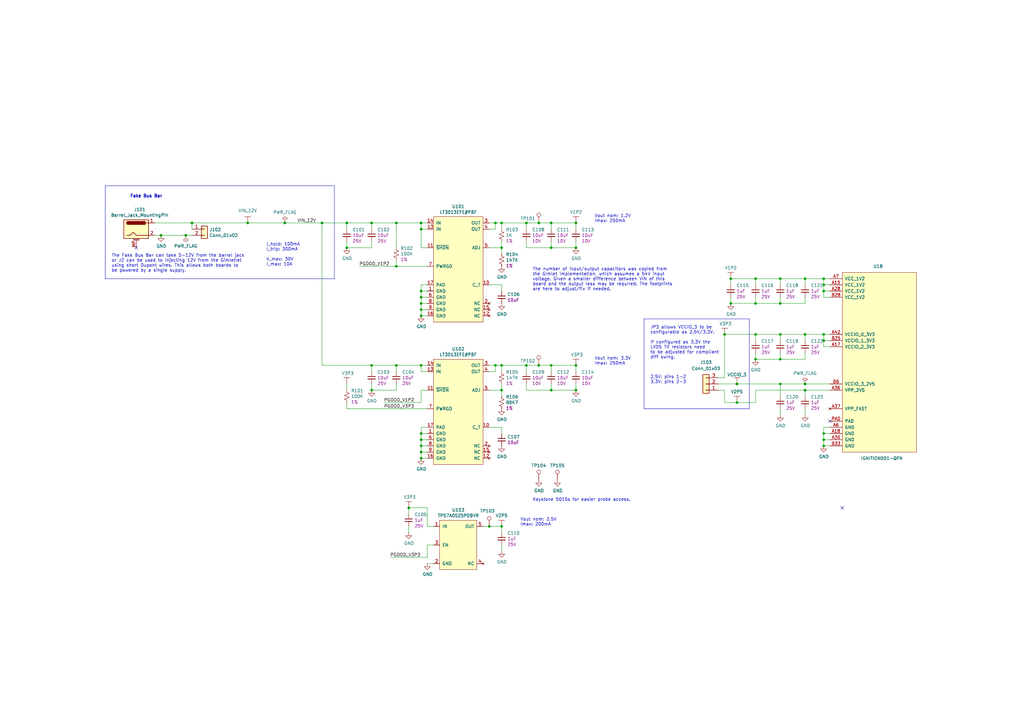
<source format=kicad_sch>
(kicad_sch (version 20230121) (generator eeschema)
  (paper "A3")
  (title_block (title "Power") (date "2021-07-21") (rev "2"))
  (lib_symbols
    (symbol "Ignition:C0603C106M8PACTU" (pin_numbers hide) (pin_names (offset 0.254) hide)
      (property "Reference" "C" (at 0.254 1.778 0))
      (property "Capacitance" "10uF" (at 0 -5.08 0))
      (property "VDC" "10V" (at 0 0 0))
      (property "Coefficient" "X5R" (at 0 -7.62 0))
      (property "Package" "0603" (at 0 -10.16 0))
      (symbol "C0603C106M8PACTU_1_1"
        (pin passive line (at 0 2.54 270) (length 2.032) (name "~") (number "1"))
        (pin passive line (at 0 -2.54 90) (length 2.032) (name "~") (number "2"))
      )
    )
    (symbol "Ignition:GCM188R71E105KA64D" (pin_numbers hide) (pin_names (offset 0.254) hide)
      (property "Reference" "C" (at 0.254 1.778 0))
      (property "Capacitance" "1uF" (at 0 -5.08 0))
      (property "VDC" "25V" (at 0 0 0))
      (property "Coefficient" "X7R" (at 0 -7.62 0))
      (symbol "GCM188R71E105KA64D_1_1"
        (pin passive line (at 0 2.54 270) (length 2.032) (name "~") (number "1"))
        (pin passive line (at 0 -2.54 90) (length 2.032) (name "~") (number "2"))
      )
    )
    (symbol "Ignition:GRM21BR61E106KA73K" (pin_numbers hide) (pin_names (offset 0.254) hide)
      (property "Reference" "C" (at 0.254 1.778 0))
      (property "Capacitance" "10uF" (at 0 -5.08 0))
      (property "VDC" "25V" (at 0 0 0))
      (property "Coefficient" "X5R" (at 0 -7.62 0))
      (property "Package" "0805" (at 0 -10.16 0))
      (symbol "GRM21BR61E106KA73K_1_1"
        (pin passive line (at 0 2.54 270) (length 2.032) (name "~") (number "1"))
        (pin passive line (at 0 -2.54 90) (length 2.032) (name "~") (number "2"))
      )
    )
    (symbol "Ignition:IGNITION001-QFN" (pin_names (offset 1.016))
      (property "Reference" "U" (at 0 40.64 0))
      (property "Value" "IGNITION001-QFN" (at 0 -38.1 0))
      (symbol "IGNITION001-QFN_1_1"
        (pin input line (at -20.32 17.78 0) (length 5.08) (name "AUX1_RX_P") (number "A10"))
        (pin output line (at 20.32 7.62 180) (length 5.08) (name "PWR_EN") (number "A13"))
        (pin output line (at 20.32 5.08 180) (length 5.08) (name "CMD1") (number "A14"))
        (pin output line (at 20.32 2.54 180) (length 5.08) (name "CMD2") (number "A16"))
        (pin output line (at 20.32 25.4 180) (length 5.08) (name "AUX0_TX_N") (number "A2"))
        (pin input line (at -20.32 -12.7 0) (length 5.08) (name "SYS_RST_L") (number "A25"))
        (pin input line (at -20.32 7.62 0) (length 5.08) (name "PWR_FLT0_L") (number "A26"))
        (pin input line (at -20.32 5.08 0) (length 5.08) (name "PWR_FLT1_L") (number "A27"))
        (pin input line (at -20.32 2.54 0) (length 5.08) (name "PWR_FLT2_L") (number "A31"))
        (pin input line (at -20.32 0 0) (length 5.08) (name "PWR_FLT3_L") (number "A32"))
        (pin input line (at -20.32 -2.54 0) (length 5.08) (name "PWR_FLT4_L") (number "A33"))
        (pin input line (at -20.32 -5.08 0) (length 5.08) (name "ROT_FLT_L") (number "A34"))
        (pin input line (at -20.32 -20.32 0) (length 5.08) (name "ID0") (number "A38"))
        (pin input line (at -20.32 -22.86 0) (length 5.08) (name "ID1") (number "A39"))
        (pin input line (at -20.32 25.4 0) (length 5.08) (name "AUX0_RX_N") (number "A4"))
        (pin input line (at -20.32 -25.4 0) (length 5.08) (name "ID2") (number "A40"))
        (pin input clock (at -20.32 35.56 0) (length 5.08) (name "CLK_50M") (number "A43"))
        (pin input line (at -20.32 -27.94 0) (length 5.08) (name "ID3") (number "A45"))
        (pin input line (at -20.32 -30.48 0) (length 5.08) (name "ID4") (number "A46"))
        (pin input line (at -20.32 -33.02 0) (length 5.08) (name "ID5") (number "A47"))
        (pin output line (at 20.32 15.24 180) (length 5.08) (name "AUX1_TX_N") (number "A8"))
        (pin output line (at 20.32 27.94 180) (length 5.08) (name "AUX0_TX_P") (number "B1"))
        (pin input line (at -20.32 27.94 0) (length 5.08) (name "AUX0_RX_P") (number "B3"))
        (pin output line (at 20.32 17.78 180) (length 5.08) (name "AUX1_TX_P") (number "B5"))
        (pin input line (at -20.32 15.24 0) (length 5.08) (name "AUX1_RX_N") (number "B8"))
      )
      (symbol "IGNITION001-QFN_2_1"
        (pin no_connect line (at 17.78 35.56 180) (length 2.54) hide (name "NC") (number "A1"))
        (pin no_connect line (at 17.78 25.4 180) (length 2.54) hide (name "NC") (number "A11"))
        (pin no_connect line (at 17.78 22.86 180) (length 2.54) hide (name "NC") (number "A12"))
        (pin power_in line (at -20.32 33.02 0) (length 5.08) (name "VCC_1V2") (number "A15"))
        (pin power_in line (at -20.32 7.62 0) (length 5.08) (name "VCCIO_2_3V3") (number "A17"))
        (pin power_in line (at -20.32 -27.94 0) (length 5.08) (name "GND") (number "A18"))
        (pin no_connect line (at 17.78 20.32 180) (length 2.54) hide (name "NC") (number "A19"))
        (pin power_in line (at -20.32 30.48 0) (length 5.08) (name "VCC_1V2") (number "A28"))
        (pin no_connect line (at 17.78 17.78 180) (length 2.54) hide (name "NC") (number "A29"))
        (pin no_connect line (at 17.78 33.02 180) (length 2.54) hide (name "NC") (number "A3"))
        (pin power_in line (at -20.32 -30.48 0) (length 5.08) (name "GND") (number "A30"))
        (pin no_connect line (at 17.78 15.24 180) (length 2.54) hide (name "NC") (number "A35"))
        (pin power_in line (at -20.32 -10.16 0) (length 5.08) (name "VPP_2V5") (number "A36"))
        (pin no_connect line (at -20.32 -17.78 0) (length 5.08) (name "VPP_FAST") (number "A37"))
        (pin no_connect line (at 17.78 12.7 180) (length 2.54) hide (name "NC") (number "A41"))
        (pin power_in line (at -20.32 12.7 0) (length 5.08) (name "VCCIO_0_3V3") (number "A42"))
        (pin no_connect line (at 17.78 10.16 180) (length 2.54) hide (name "NC") (number "A44"))
        (pin no_connect line (at 17.78 7.62 180) (length 2.54) hide (name "NC") (number "A48"))
        (pin no_connect line (at 17.78 30.48 180) (length 2.54) hide (name "NC") (number "A5"))
        (pin power_in line (at -20.32 -25.4 0) (length 5.08) (name "GND") (number "A6"))
        (pin power_in line (at -20.32 35.56 0) (length 5.08) (name "VCC_1V2") (number "A7"))
        (pin no_connect line (at 17.78 27.94 180) (length 2.54) hide (name "NC") (number "A9"))
        (pin no_connect line (at 17.78 -5.08 180) (length 2.54) hide (name "NC") (number "B10"))
        (pin no_connect line (at 17.78 -7.62 180) (length 2.54) hide (name "NC") (number "B11"))
        (pin no_connect line (at 17.78 -10.16 180) (length 2.54) hide (name "NC") (number "B12"))
        (pin no_connect line (at 17.78 -12.7 180) (length 2.54) hide (name "NC") (number "B13"))
        (pin no_connect line (at 17.78 -15.24 180) (length 2.54) hide (name "NC") (number "B14"))
        (pin no_connect line (at 17.78 -17.78 180) (length 2.54) hide (name "NC") (number "B19"))
        (pin no_connect line (at 17.78 5.08 180) (length 2.54) hide (name "NC") (number "B2"))
        (pin no_connect line (at 17.78 -20.32 180) (length 2.54) hide (name "NC") (number "B20"))
        (pin no_connect line (at 17.78 -22.86 180) (length 2.54) hide (name "NC") (number "B21"))
        (pin no_connect line (at 17.78 -25.4 180) (length 2.54) hide (name "NC") (number "B22"))
        (pin no_connect line (at 17.78 -27.94 180) (length 2.54) hide (name "NC") (number "B23"))
        (pin no_connect line (at 17.78 -30.48 180) (length 2.54) hide (name "NC") (number "B24"))
        (pin power_in line (at -20.32 10.16 0) (length 5.08) (name "VCCIO_1_3V3") (number "B25"))
        (pin no_connect line (at 17.78 -33.02 180) (length 2.54) hide (name "NC") (number "B26"))
        (pin no_connect line (at 17.78 -35.56 180) (length 2.54) hide (name "NC") (number "B27"))
        (pin power_in line (at -20.32 27.94 0) (length 5.08) (name "VCC_1V2") (number "B28"))
        (pin no_connect line (at 17.78 -38.1 180) (length 2.54) hide (name "NC") (number "B29"))
        (pin no_connect line (at 17.78 -40.64 180) (length 2.54) hide (name "NC") (number "B30"))
        (pin no_connect line (at 17.78 -43.18 180) (length 2.54) hide (name "NC") (number "B31"))
        (pin no_connect line (at 17.78 -45.72 180) (length 2.54) hide (name "NC") (number "B32"))
        (pin power_in line (at -20.32 -33.02 0) (length 5.08) (name "GND") (number "B33"))
        (pin no_connect line (at 17.78 -48.26 180) (length 2.54) hide (name "NC") (number "B34"))
        (pin no_connect line (at 17.78 -50.8 180) (length 2.54) hide (name "NC") (number "B35"))
        (pin no_connect line (at 17.78 -53.34 180) (length 2.54) hide (name "NC") (number "B36"))
        (pin no_connect line (at 17.78 2.54 180) (length 2.54) hide (name "NC") (number "B4"))
        (pin power_in line (at -20.32 -7.62 0) (length 5.08) (name "VCCIO_3_2V5") (number "B6"))
        (pin no_connect line (at 17.78 0 180) (length 2.54) hide (name "NC") (number "B7"))
        (pin no_connect line (at 17.78 -2.54 180) (length 2.54) hide (name "NC") (number "B9"))
        (pin power_in line (at -20.32 -22.86 0) (length 5.08) (name "PAD") (number "PAD"))
      )
      (symbol "IGNITION001-QFN_3_1"
        (pin input line (at -20.32 -15.24 0) (length 5.08) (name "CBSEL1") (number "A20"))
        (pin input line (at -20.32 10.16 0) (length 5.08) (name "CRESET_L") (number "A21"))
        (pin input line (at -20.32 -5.08 0) (length 5.08) (name "SPI_SDI") (number "A22"))
        (pin bidirectional clock (at -20.32 2.54 0) (length 5.08) (name "SPI_SCK") (number "A23"))
        (pin power_in line (at -20.32 17.78 0) (length 5.08) (name "VCC_SPI_3V3") (number "A24"))
        (pin input line (at -20.32 -12.7 0) (length 5.08) (name "CBSEL0") (number "B15"))
        (pin output line (at 20.32 10.16 180) (length 5.08) (name "CDONE") (number "B16"))
        (pin output line (at -20.32 -2.54 0) (length 5.08) (name "SPI_SDO") (number "B17"))
        (pin bidirectional line (at -20.32 0 0) (length 5.08) (name "SPI_SS") (number "B18"))
      )
    )
    (symbol "Ignition:LT3013EFE#PBF" (pin_names (offset 1.016))
      (property "Reference" "U" (at 0 25.4 0))
      (property "Value" "LT3013EFE#PBF" (at 0 -22.86 0))
      (symbol "LT3013EFE#PBF_1_1"
        (pin power_in line (at -12.7 -7.62 0) (length 2.54) (name "GND") (number "1"))
        (pin passive line (at 12.7 -5.08 180) (length 2.54) (name "C_T") (number "10"))
        (pin input line (at -12.7 10.16 0) (length 2.54) (name "~{SHDN}") (number "11"))
        (pin no_connect line (at 12.7 -17.78 180) (length 2.54) (name "NC") (number "12"))
        (pin power_in line (at -12.7 17.78 0) (length 2.54) (name "IN") (number "13"))
        (pin power_in line (at -12.7 20.32 0) (length 2.54) (name "IN") (number "14"))
        (pin no_connect line (at 12.7 -15.24 180) (length 2.54) (name "NC") (number "15"))
        (pin power_in line (at -12.7 -17.78 0) (length 2.54) (name "GND") (number "16"))
        (pin power_in line (at -12.7 -5.08 0) (length 2.54) (name "PAD") (number "17"))
        (pin no_connect line (at 12.7 -12.7 180) (length 2.54) (name "NC") (number "2"))
        (pin power_out line (at 12.7 20.32 180) (length 2.54) (name "OUT") (number "3"))
        (pin passive line (at 12.7 17.78 180) (length 2.54) (name "OUT") (number "4"))
        (pin passive line (at 12.7 10.16 180) (length 2.54) (name "ADJ") (number "5"))
        (pin power_in line (at -12.7 -10.16 0) (length 2.54) (name "GND") (number "6"))
        (pin open_collector line (at -12.7 2.54 0) (length 2.54) (name "PWRGD") (number "7"))
        (pin power_in line (at -12.7 -12.7 0) (length 2.54) (name "GND") (number "8"))
        (pin power_in line (at -12.7 -15.24 0) (length 2.54) (name "GND") (number "9"))
      )
    )
    (symbol "Ignition:TPS7A0525PDBVR" (pin_names (offset 1.016))
      (property "Reference" "U" (at 0 12.7 0))
      (property "Value" "TPS7A0525PDBVR" (at 0 -12.7 0))
      (symbol "TPS7A0525PDBVR_1_1"
        (pin power_in line (at -10.16 7.62 0) (length 2.54) (name "IN") (number "1"))
        (pin power_in line (at -10.16 -7.62 0) (length 2.54) (name "GND") (number "2"))
        (pin input line (at -10.16 0 0) (length 2.54) (name "EN") (number "3"))
        (pin no_connect line (at 10.16 -7.62 180) (length 2.54) (name "NC") (number "4"))
        (pin power_out line (at 10.16 7.62 180) (length 2.54) (name "OUT") (number "5"))
      )
    )
    (symbol "Ignition:V1P2" (power) (pin_names (offset 0))
      (property "Value" "V1P2" (at 0 3.556 0))
      (symbol "V1P2_1_1"
        (pin power_in line (at 0 0 90) (length 0) hide (name "V1P2") (number "1"))
      )
    )
    (symbol "Ignition:V2P5" (power) (pin_names (offset 0))
      (property "Value" "V2P5" (at 0 3.556 0))
      (symbol "V2P5_1_1"
        (pin power_in line (at 0 0 90) (length 0) hide (name "V2P5") (number "1"))
      )
    )
    (symbol "Ignition:V3P3" (power) (pin_names (offset 0))
      (property "Value" "V3P3" (at 0 3.556 0))
      (symbol "V3P3_1_1"
        (pin power_in line (at 0 0 90) (length 0) hide (name "V3P3") (number "1"))
      )
    )
    (symbol "Ignition:VCCIO_3" (power) (pin_names (offset 0))
      (property "Value" "VCCIO_3" (at 0 3.556 0))
      (symbol "VCCIO_3_1_1"
        (pin power_in line (at 0 0 90) (length 0) hide (name "VCCIO_3") (number "1"))
      )
    )
    (symbol "Ignition:VIN_12V" (power) (pin_names (offset 0))
      (property "Value" "VIN_12V" (at 0 3.556 0))
      (symbol "VIN_12V_1_1"
        (pin power_in line (at 0 0 90) (length 0) hide (name "VIN_12V") (number "1"))
      )
    )
    (symbol "ignitionlet-rescue:Barrel_Jack_MountingPin-Connector" (pin_names hide)
      (property "Reference" "J" (at 0 5.334 0))
      (property "Value" "Connector_Barrel_Jack_MountingPin" (at 1.27 -6.35 0))
      (symbol "Barrel_Jack_MountingPin-Connector_1_1"
        (text "Mounting" (at 0 -4.191 0) (effects (font (size 0.381 0.381))))
        (pin passive line (at 7.62 2.54 180) (length 2.54) (name "~") (number "1"))
        (pin passive line (at 7.62 -2.54 180) (length 2.54) (name "~") (number "2"))
        (pin passive line (at 0 -7.62 90) (length 3.048) (name "MountPin") (number "MP"))
      )
    )
    (symbol "ignitionlet-rescue:Conn_01x02-Connector_Generic" (pin_names (offset 1.016) hide)
      (property "Reference" "J" (at 0 2.54 0))
      (property "Value" "Connector_Generic_Conn_01x02" (at 0 -5.08 0))
      (symbol "Conn_01x02-Connector_Generic_1_1"
        (pin passive line (at -5.08 0 0) (length 3.81) (name "Pin_1") (number "1"))
        (pin passive line (at -5.08 -2.54 0) (length 3.81) (name "Pin_2") (number "2"))
      )
    )
    (symbol "ignitionlet-rescue:Conn_01x03-Connector_Generic" (pin_names (offset 1.016) hide)
      (property "Reference" "J" (at 0 5.08 0))
      (property "Value" "Connector_Generic_Conn_01x03" (at 0 -5.08 0))
      (symbol "Conn_01x03-Connector_Generic_1_1"
        (pin passive line (at -5.08 2.54 0) (length 3.81) (name "Pin_1") (number "1"))
        (pin passive line (at -5.08 0 0) (length 3.81) (name "Pin_2") (number "2"))
        (pin passive line (at -5.08 -2.54 0) (length 3.81) (name "Pin_3") (number "3"))
      )
    )
    (symbol "ignitionlet-rescue:GND-power" (power) (pin_names (offset 0))
      (property "Value" "GND-power" (at 0 -3.81 0))
      (symbol "GND-power_1_1"
        (pin power_in line (at 0 0 270) (length 0) hide (name "GND") (number "1"))
      )
    )
    (symbol "ignitionlet-rescue:PWR_FLAG-power" (power) (pin_numbers hide) (pin_names (offset 0) hide)
      (property "Value" "PWR_FLAG-power" (at 0 3.81 0))
      (symbol "PWR_FLAG-power_0_0"
        (pin power_out line (at 0 0 90) (length 0) (name "pwr") (number "1"))
      )
    )
    (symbol "ignitionlet-rescue:R_Small_US-Device" (pin_numbers hide) (pin_names (offset 0.254) hide)
      (property "Reference" "R" (at 0.762 0.508 0))
      (property "Value" "Device_R_Small_US" (at 0.762 -1.016 0))
      (symbol "R_Small_US-Device_1_1"
        (pin passive line (at 0 2.54 270) (length 1.016) (name "~") (number "1"))
        (pin passive line (at 0 -2.54 90) (length 1.016) (name "~") (number "2"))
      )
    )
    (symbol "ignitionlet-rescue:TestPoint-Connector" (pin_numbers hide) (pin_names (offset 0.762) hide)
      (property "Reference" "TP" (at 0 6.858 0))
      (property "Value" "Connector_TestPoint" (at 0 5.08 0))
      (symbol "TestPoint-Connector_1_1"
        (pin passive line (at 0 0 90) (length 2.54) (name "1") (number "1"))
      )
    )
  )
  (junction (at 101.6 91.44))
  (junction (at 172.72 180.34))
  (junction (at 172.72 149.86))
  (junction (at 226.06 91.44))
  (junction (at 337.82 114.3))
  (junction (at 66.04 96.52))
  (junction (at 116.84 91.44))
  (junction (at 203.2 149.86))
  (junction (at 337.82 119.38))
  (junction (at 309.88 124.46))
  (junction (at 330.2 114.3))
  (junction (at 167.64 208.28))
  (junction (at 152.4 91.44))
  (junction (at 302.26 165.1))
  (junction (at 203.2 91.44))
  (junction (at 320.04 124.46))
  (junction (at 220.98 149.86))
  (junction (at 226.06 149.86))
  (junction (at 330.2 160.02))
  (junction (at 172.72 121.92))
  (junction (at 205.74 215.9))
  (junction (at 226.06 160.02))
  (junction (at 320.04 114.3))
  (junction (at 172.72 124.46))
  (junction (at 220.98 91.44))
  (junction (at 309.88 137.16))
  (junction (at 76.2 96.52))
  (junction (at 172.72 187.96))
  (junction (at 78.74 91.44))
  (junction (at 142.24 91.44))
  (junction (at 320.04 157.48))
  (junction (at 172.72 127))
  (junction (at 205.74 101.6))
  (junction (at 330.2 157.48))
  (junction (at 337.82 182.88))
  (junction (at 205.74 160.02))
  (junction (at 330.2 137.16))
  (junction (at 172.72 129.54))
  (junction (at 205.74 149.86))
  (junction (at 172.72 93.98))
  (junction (at 309.88 147.32))
  (junction (at 320.04 147.32))
  (junction (at 236.22 149.86))
  (junction (at 162.56 109.22))
  (junction (at 337.82 139.7))
  (junction (at 320.04 137.16))
  (junction (at 152.4 160.02))
  (junction (at 299.72 114.3))
  (junction (at 226.06 101.6))
  (junction (at 152.4 149.86))
  (junction (at 215.9 149.86))
  (junction (at 299.72 124.46))
  (junction (at 132.08 91.44))
  (junction (at 172.72 185.42))
  (junction (at 142.24 101.6))
  (junction (at 337.82 177.8))
  (junction (at 172.72 91.44))
  (junction (at 200.66 215.9))
  (junction (at 302.26 157.48))
  (junction (at 337.82 116.84))
  (junction (at 337.82 180.34))
  (junction (at 215.9 91.44))
  (junction (at 236.22 101.6))
  (junction (at 236.22 91.44))
  (junction (at 172.72 182.88))
  (junction (at 162.56 149.86))
  (junction (at 205.74 91.44))
  (junction (at 236.22 160.02))
  (junction (at 172.72 177.8))
  (junction (at 337.82 137.16))
  (junction (at 297.18 137.16))
  (junction (at 162.56 91.44))
  (junction (at 309.88 114.3))
  (junction (at 172.72 119.38))
  (no_connect (at 345.44 208.28))
  (no_connect (at 55.88 101.6))
  (no_connect (at 340.36 172.72))
  (wire (pts (xy 172.72 127) (xy 175.26 127)))
  (wire (pts (xy 294.64 157.48) (xy 302.26 157.48)))
  (wire (pts (xy 172.72 185.42) (xy 175.26 185.42)))
  (wire (pts (xy 205.74 101.6) (xy 205.74 104.14)))
  (wire (pts (xy 215.9 101.6) (xy 226.06 101.6)))
  (wire (pts (xy 294.64 154.94) (xy 297.18 154.94)))
  (wire (pts (xy 162.56 149.86) (xy 152.4 149.86)))
  (wire (pts (xy 63.5 96.52) (xy 66.04 96.52)))
  (wire (pts (xy 215.9 160.02) (xy 226.06 160.02)))
  (wire (pts (xy 220.98 149.86) (xy 226.06 149.86)))
  (wire (pts (xy 320.04 137.16) (xy 309.88 137.16)))
  (wire (pts (xy 175.26 91.44) (xy 172.72 91.44)))
  (wire (pts (xy 205.74 93.98) (xy 205.74 91.44)))
  (wire (pts (xy 337.82 114.3) (xy 340.36 114.3)))
  (wire (pts (xy 172.72 124.46) (xy 175.26 124.46)))
  (wire (pts (xy 175.26 228.6) (xy 175.26 223.52)))
  (wire (pts (xy 172.72 185.42) (xy 172.72 182.88)))
  (wire (pts (xy 200.66 175.26) (xy 205.74 175.26)))
  (wire (pts (xy 142.24 91.44) (xy 142.24 93.98)))
  (wire (pts (xy 175.26 177.8) (xy 172.72 177.8)))
  (wire (pts (xy 172.72 187.96) (xy 172.72 185.42)))
  (polyline (pts (xy 43.18 76.2) (xy 43.18 114.3)))
  (wire (pts (xy 226.06 93.98) (xy 226.06 91.44)))
  (wire (pts (xy 142.24 101.6) (xy 142.24 99.06)))
  (wire (pts (xy 337.82 139.7) (xy 340.36 139.7)))
  (wire (pts (xy 205.74 116.84) (xy 205.74 119.38)))
  (polyline (pts (xy 137.16 114.3) (xy 137.16 76.2)))
  (wire (pts (xy 78.74 91.44) (xy 101.6 91.44)))
  (wire (pts (xy 320.04 157.48) (xy 330.2 157.48)))
  (wire (pts (xy 320.04 144.78) (xy 320.04 147.32)))
  (wire (pts (xy 215.9 93.98) (xy 215.9 91.44)))
  (wire (pts (xy 203.2 149.86) (xy 205.74 149.86)))
  (polyline (pts (xy 43.18 114.3) (xy 137.16 114.3)))
  (wire (pts (xy 175.26 160.02) (xy 172.72 160.02)))
  (wire (pts (xy 172.72 180.34) (xy 175.26 180.34)))
  (wire (pts (xy 226.06 101.6) (xy 236.22 101.6)))
  (wire (pts (xy 162.56 152.4) (xy 162.56 149.86)))
  (polyline (pts (xy 137.16 76.2) (xy 43.18 76.2)))
  (wire (pts (xy 337.82 142.24) (xy 337.82 139.7)))
  (wire (pts (xy 330.2 124.46) (xy 320.04 124.46)))
  (wire (pts (xy 309.88 116.84) (xy 309.88 114.3)))
  (wire (pts (xy 152.4 149.86) (xy 152.4 152.4)))
  (wire (pts (xy 340.36 119.38) (xy 337.82 119.38)))
  (wire (pts (xy 78.74 93.98) (xy 78.74 91.44)))
  (wire (pts (xy 167.64 218.44) (xy 167.64 215.9)))
  (wire (pts (xy 302.26 165.1) (xy 309.88 165.1)))
  (wire (pts (xy 172.72 175.26) (xy 175.26 175.26)))
  (wire (pts (xy 226.06 91.44) (xy 236.22 91.44)))
  (wire (pts (xy 152.4 91.44) (xy 142.24 91.44)))
  (wire (pts (xy 152.4 101.6) (xy 142.24 101.6)))
  (wire (pts (xy 177.8 231.14) (xy 175.26 231.14)))
  (wire (pts (xy 175.26 93.98) (xy 172.72 93.98)))
  (wire (pts (xy 340.36 121.92) (xy 337.82 121.92)))
  (wire (pts (xy 175.26 215.9) (xy 175.26 208.28)))
  (wire (pts (xy 160.02 228.6) (xy 175.26 228.6)))
  (wire (pts (xy 172.72 182.88) (xy 172.72 180.34)))
  (wire (pts (xy 142.24 167.64) (xy 175.26 167.64)))
  (wire (pts (xy 215.9 99.06) (xy 215.9 101.6)))
  (wire (pts (xy 320.04 139.7) (xy 320.04 137.16)))
  (wire (pts (xy 172.72 160.02) (xy 172.72 165.1)))
  (wire (pts (xy 297.18 154.94) (xy 297.18 137.16)))
  (wire (pts (xy 172.72 129.54) (xy 172.72 127)))
  (wire (pts (xy 309.88 121.92) (xy 309.88 124.46)))
  (wire (pts (xy 157.48 165.1) (xy 172.72 165.1)))
  (wire (pts (xy 203.2 91.44) (xy 205.74 91.44)))
  (wire (pts (xy 172.72 177.8) (xy 172.72 175.26)))
  (wire (pts (xy 205.74 99.06) (xy 205.74 101.6)))
  (wire (pts (xy 200.66 93.98) (xy 203.2 93.98)))
  (wire (pts (xy 299.72 124.46) (xy 299.72 121.92)))
  (wire (pts (xy 330.2 157.48) (xy 340.36 157.48)))
  (wire (pts (xy 172.72 101.6) (xy 172.72 93.98)))
  (wire (pts (xy 337.82 121.92) (xy 337.82 119.38)))
  (wire (pts (xy 205.74 152.4) (xy 205.74 149.86)))
  (wire (pts (xy 162.56 106.68) (xy 162.56 109.22)))
  (wire (pts (xy 205.74 215.9) (xy 205.74 218.44)))
  (wire (pts (xy 172.72 127) (xy 172.72 124.46)))
  (wire (pts (xy 330.2 114.3) (xy 320.04 114.3)))
  (wire (pts (xy 172.72 124.46) (xy 172.72 121.92)))
  (wire (pts (xy 320.04 121.92) (xy 320.04 124.46)))
  (wire (pts (xy 175.26 152.4) (xy 172.72 152.4)))
  (wire (pts (xy 340.36 177.8) (xy 337.82 177.8)))
  (wire (pts (xy 200.66 116.84) (xy 205.74 116.84)))
  (wire (pts (xy 142.24 160.02) (xy 142.24 157.48)))
  (wire (pts (xy 205.74 91.44) (xy 215.9 91.44)))
  (wire (pts (xy 337.82 175.26) (xy 337.82 177.8)))
  (wire (pts (xy 205.74 160.02) (xy 205.74 162.56)))
  (wire (pts (xy 172.72 93.98) (xy 172.72 91.44)))
  (wire (pts (xy 320.04 116.84) (xy 320.04 114.3)))
  (wire (pts (xy 330.2 162.56) (xy 330.2 160.02)))
  (wire (pts (xy 200.66 152.4) (xy 203.2 152.4)))
  (wire (pts (xy 175.26 101.6) (xy 172.72 101.6)))
  (wire (pts (xy 152.4 93.98) (xy 152.4 91.44)))
  (wire (pts (xy 320.04 167.64) (xy 320.04 170.18)))
  (wire (pts (xy 337.82 180.34) (xy 337.82 182.88)))
  (wire (pts (xy 205.74 149.86) (xy 215.9 149.86)))
  (wire (pts (xy 63.5 91.44) (xy 78.74 91.44)))
  (wire (pts (xy 203.2 91.44) (xy 203.2 93.98)))
  (wire (pts (xy 167.64 208.28) (xy 167.64 210.82)))
  (wire (pts (xy 297.18 137.16) (xy 309.88 137.16)))
  (wire (pts (xy 330.2 144.78) (xy 330.2 147.32)))
  (wire (pts (xy 302.26 157.48) (xy 320.04 157.48)))
  (wire (pts (xy 172.72 182.88) (xy 175.26 182.88)))
  (wire (pts (xy 340.36 180.34) (xy 337.82 180.34)))
  (wire (pts (xy 200.66 160.02) (xy 205.74 160.02)))
  (wire (pts (xy 309.88 147.32) (xy 309.88 144.78)))
  (wire (pts (xy 132.08 91.44) (xy 132.08 149.86)))
  (polyline (pts (xy 307.34 167.64) (xy 264.16 167.64)))
  (wire (pts (xy 330.2 147.32) (xy 320.04 147.32)))
  (wire (pts (xy 200.66 215.9) (xy 205.74 215.9)))
  (wire (pts (xy 320.04 162.56) (xy 320.04 157.48)))
  (wire (pts (xy 78.74 96.52) (xy 76.2 96.52)))
  (wire (pts (xy 175.26 149.86) (xy 172.72 149.86)))
  (wire (pts (xy 309.88 160.02) (xy 330.2 160.02)))
  (wire (pts (xy 132.08 91.44) (xy 142.24 91.44)))
  (wire (pts (xy 200.66 91.44) (xy 203.2 91.44)))
  (wire (pts (xy 337.82 116.84) (xy 337.82 114.3)))
  (wire (pts (xy 200.66 149.86) (xy 203.2 149.86)))
  (wire (pts (xy 172.72 121.92) (xy 172.72 119.38)))
  (wire (pts (xy 226.06 157.48) (xy 226.06 160.02)))
  (wire (pts (xy 236.22 91.44) (xy 236.22 93.98)))
  (wire (pts (xy 215.9 152.4) (xy 215.9 149.86)))
  (wire (pts (xy 236.22 101.6) (xy 236.22 99.06)))
  (wire (pts (xy 337.82 139.7) (xy 337.82 137.16)))
  (wire (pts (xy 330.2 160.02) (xy 340.36 160.02)))
  (wire (pts (xy 132.08 149.86) (xy 152.4 149.86)))
  (wire (pts (xy 320.04 124.46) (xy 309.88 124.46)))
  (wire (pts (xy 340.36 142.24) (xy 337.82 142.24)))
  (wire (pts (xy 152.4 99.06) (xy 152.4 101.6)))
  (wire (pts (xy 172.72 116.84) (xy 175.26 116.84)))
  (wire (pts (xy 172.72 180.34) (xy 172.72 177.8)))
  (wire (pts (xy 215.9 157.48) (xy 215.9 160.02)))
  (wire (pts (xy 330.2 137.16) (xy 320.04 137.16)))
  (wire (pts (xy 330.2 116.84) (xy 330.2 114.3)))
  (wire (pts (xy 330.2 139.7) (xy 330.2 137.16)))
  (wire (pts (xy 226.06 149.86) (xy 236.22 149.86)))
  (wire (pts (xy 132.08 91.44) (xy 116.84 91.44)))
  (wire (pts (xy 198.12 215.9) (xy 200.66 215.9)))
  (wire (pts (xy 309.88 114.3) (xy 299.72 114.3)))
  (wire (pts (xy 175.26 119.38) (xy 172.72 119.38)))
  (wire (pts (xy 220.98 91.44) (xy 226.06 91.44)))
  (wire (pts (xy 330.2 167.64) (xy 330.2 170.18)))
  (wire (pts (xy 309.88 165.1) (xy 309.88 160.02)))
  (wire (pts (xy 172.72 187.96) (xy 175.26 187.96)))
  (wire (pts (xy 337.82 119.38) (xy 337.82 116.84)))
  (wire (pts (xy 203.2 152.4) (xy 203.2 149.86)))
  (wire (pts (xy 226.06 99.06) (xy 226.06 101.6)))
  (wire (pts (xy 337.82 137.16) (xy 340.36 137.16)))
  (wire (pts (xy 172.72 121.92) (xy 175.26 121.92)))
  (wire (pts (xy 320.04 114.3) (xy 309.88 114.3)))
  (wire (pts (xy 337.82 177.8) (xy 337.82 180.34)))
  (wire (pts (xy 162.56 101.6) (xy 162.56 91.44)))
  (wire (pts (xy 175.26 208.28) (xy 167.64 208.28)))
  (wire (pts (xy 172.72 119.38) (xy 172.72 116.84)))
  (wire (pts (xy 177.8 215.9) (xy 175.26 215.9)))
  (wire (pts (xy 215.9 149.86) (xy 220.98 149.86)))
  (wire (pts (xy 200.66 101.6) (xy 205.74 101.6)))
  (wire (pts (xy 205.74 175.26) (xy 205.74 177.8)))
  (wire (pts (xy 162.56 91.44) (xy 172.72 91.44)))
  (wire (pts (xy 172.72 152.4) (xy 172.72 149.86)))
  (wire (pts (xy 152.4 160.02) (xy 152.4 157.48)))
  (wire (pts (xy 337.82 114.3) (xy 330.2 114.3)))
  (wire (pts (xy 152.4 91.44) (xy 162.56 91.44)))
  (wire (pts (xy 215.9 91.44) (xy 220.98 91.44)))
  (wire (pts (xy 340.36 175.26) (xy 337.82 175.26)))
  (wire (pts (xy 162.56 149.86) (xy 172.72 149.86)))
  (wire (pts (xy 294.64 160.02) (xy 297.18 160.02)))
  (wire (pts (xy 142.24 165.1) (xy 142.24 167.64)))
  (wire (pts (xy 309.88 124.46) (xy 299.72 124.46)))
  (wire (pts (xy 175.26 129.54) (xy 172.72 129.54)))
  (wire (pts (xy 340.36 182.88) (xy 337.82 182.88)))
  (wire (pts (xy 309.88 137.16) (xy 309.88 139.7)))
  (wire (pts (xy 162.56 157.48) (xy 162.56 160.02)))
  (wire (pts (xy 337.82 137.16) (xy 330.2 137.16)))
  (wire (pts (xy 76.2 96.52) (xy 66.04 96.52)))
  (wire (pts (xy 299.72 114.3) (xy 299.72 116.84)))
  (wire (pts (xy 162.56 109.22) (xy 175.26 109.22)))
  (wire (pts (xy 340.36 116.84) (xy 337.82 116.84)))
  (wire (pts (xy 147.32 109.22) (xy 162.56 109.22)))
  (polyline (pts (xy 307.34 130.81) (xy 307.34 167.64)))
  (polyline (pts (xy 264.16 167.64) (xy 264.16 130.81)))
  (wire (pts (xy 162.56 160.02) (xy 152.4 160.02)))
  (wire (pts (xy 175.26 223.52) (xy 177.8 223.52)))
  (wire (pts (xy 205.74 157.48) (xy 205.74 160.02)))
  (wire (pts (xy 297.18 160.02) (xy 297.18 165.1)))
  (wire (pts (xy 236.22 160.02) (xy 236.22 157.48)))
  (polyline (pts (xy 264.16 130.81) (xy 307.34 130.81)))
  (wire (pts (xy 205.74 223.52) (xy 205.74 226.06)))
  (wire (pts (xy 297.18 165.1) (xy 302.26 165.1)))
  (wire (pts (xy 226.06 152.4) (xy 226.06 149.86)))
  (wire (pts (xy 116.84 91.44) (xy 101.6 91.44)))
  (wire (pts (xy 320.04 147.32) (xy 309.88 147.32)))
  (wire (pts (xy 330.2 121.92) (xy 330.2 124.46)))
  (wire (pts (xy 226.06 160.02) (xy 236.22 160.02)))
  (wire (pts (xy 236.22 149.86) (xy 236.22 152.4)))
  (text "Vout nom: 2.5V\nImax: 200mA" (at 213.36 215.9 0) (effects (font (size 1.27 1.27)) (justify left bottom)))
  (text "Fake Bus Bar" (at 53.34 81.28 0) (effects (font (size 1.27 1.27) (thickness 0.254) bold) (justify left bottom)))
  (text "The Fake Bus Bar can take 5-12V from the barrel jack\nor J2 can be used to injecting 12V from the Gimletlet\nusing short Dupont wires. This allows both boards to\nbe powered by a single supply." (at 45.72 111.76 0) (effects (font (size 1.27 1.27)) (justify left bottom)))
  (text "Keystone 5015s for easier probe access." (at 218.44 205.74 0) (effects (font (size 1.27 1.27)) (justify left bottom)))
  (text "I_hold: 100mA\nI_trip: 300mA\n\nV_max: 30V\nI_max: 10A" (at 109.22 109.22 0) (effects (font (size 1.27 1.27)) (justify left bottom)))
  (text "The number of input/output capacitors was copied from\nthe Gimlet implementation, which assumes a 54V input\nvoltage. Given a smaller difference between VIN of this\nboard and the output less may be required. The footprints\nare here to adjust/fix if needed." (at 218.44 119.38 0) (effects (font (size 1.27 1.27)) (justify left bottom)))
  (text "2.5V: pins 1-2 \n3.3V: pins 2-3" (at 266.7 157.48 0) (effects (font (size 1.27 1.27)) (justify left bottom)))
  (text "Vout nom: 1.2V\nImax: 250mA" (at 243.84 91.44 0) (effects (font (size 1.27 1.27)) (justify left bottom)))
  (text "JP3 allows VCCIO_3 to be\nconfigurable as 2.5V/3.3V.\n\nIf configured as 3.3V the\nLVDS TX resistors need\nto be adjusted for compliant\ndiff swing." (at 266.7 147.32 0) (effects (font (size 1.27 1.27)) (justify left bottom)))
  (text "Vout nom: 3.3V\nImax: 250mA" (at 243.84 149.86 0) (effects (font (size 1.27 1.27)) (justify left bottom)))
  (label "VIN_12V" (at 121.92 91.44 0))
  (label "PGOOD_V3P3" (at 160.02 228.6 0))
  (label "PGOOD_V1P2" (at 157.48 165.1 0))
  (label "PGOOD_V1P2" (at 147.32 109.22 0))
  (label "PGOOD_V3P3" (at 157.48 167.64 0))
  (symbol (lib_id "ignitionlet-rescue:Conn_01x02-Connector_Generic") (at 83.82 93.98 0) (unit 1)
    (property "Reference" "J102" (at 85.852 94.1832 0) (effects (justify left)))
    (property "Value" "Conn_01x02" (at 85.852 96.4946 0) (effects (justify left)))
    (property "Footprint" "Connector_PinHeader_2.54mm:PinHeader_1x02_P2.54mm_Vertical" (effects hide))
  )
  (symbol (lib_id "Ignition:VCCIO_3") (at 302.26 157.48 0) (unit 1)
    (property "Reference" "#PWR0103" (effects hide))
    (property "Value" "VCCIO_3" (at 302.26 153.67 0))
  )
  (symbol (lib_id "Ignition:LT3013EFE#PBF") (at 187.96 170.18 0) (unit 1)
    (property "Reference" "U102" (at 187.96 143.129 0))
    (property "Value" "LT3013EFE#PBF" (at 187.96 145.4404 0))
    (property "Footprint" "Package_SO:TSSOP-16-1EP_4.4x5mm_P0.65mm" (effects hide))
    (property "Datasheet" "https://www.analog.com/media/en/technical-documentation/data-sheets/3013fe.pdf" (effects hide))
  )
  (symbol (lib_id "Ignition:TPS7A0525PDBVR") (at 187.96 223.52 0) (unit 1)
    (property "Reference" "U103" (at 187.96 209.169 0))
    (property "Value" "TPS7A0525PDBVR" (at 187.96 211.4804 0))
    (property "Footprint" "Package_TO_SOT_SMD:SOT-23-5" (effects hide))
    (property "Datasheet" "https://www.ti.com/lit/ds/symlink/tps7a05.pdf" (effects hide))
    (instances (project "ignitionlet" (path "" (reference "U103") (unit 1)) (path "" (reference "U?") (unit 1))))
  )
  (symbol (lib_id "ignitionlet-rescue:GND-power") (at 172.72 129.54 0) (unit 1)
    (property "Reference" "#PWR0129" (effects hide))
    (property "Value" "GND" (at 172.847 133.9342 0))
  )
  (symbol (lib_id "Ignition:LT3013EFE#PBF") (at 187.96 111.76 0) (unit 1)
    (property "Reference" "U101" (at 187.96 84.709 0))
    (property "Value" "LT3013EFE#PBF" (at 187.96 87.0204 0))
    (property "Footprint" "Package_SO:TSSOP-16-1EP_4.4x5mm_P0.65mm" (effects hide))
    (property "Datasheet" "https://www.analog.com/media/en/technical-documentation/data-sheets/3013fe.pdf" (effects hide))
  )
  (symbol (lib_id "ignitionlet-rescue:GND-power") (at 172.72 187.96 0) (unit 1)
    (property "Reference" "#PWR0130" (effects hide))
    (property "Value" "GND" (at 172.847 192.3542 0))
  )
  (symbol (lib_id "ignitionlet-rescue:GND-power") (at 337.82 182.88 0) (unit 1)
    (property "Reference" "#PWR0128" (effects hide))
    (property "Value" "GND" (at 337.947 187.2742 0))
  )
  (symbol (lib_id "ignitionlet-rescue:R_Small_US-Device") (at 205.74 96.52 0) (unit 1)
    (property "Reference" "R103" (at 207.4672 94.2086 0) (effects (justify left)))
    (property "Value" "1K" (at 207.4672 96.52 0) (effects (justify left)))
    (property "Footprint" "Resistor_SMD:R_0603_1608Metric" (effects hide))
    (property "Tolerance" "1%" (at 207.4672 98.8314 0) (effects (justify left)))
  )
  (symbol (lib_id "ignitionlet-rescue:R_Small_US-Device") (at 205.74 106.68 0) (unit 1)
    (property "Reference" "R104" (at 207.4672 104.3686 0) (effects (justify left)))
    (property "Value" "147K" (at 207.4672 106.68 0) (effects (justify left)))
    (property "Footprint" "Resistor_SMD:R_0603_1608Metric" (effects hide))
    (property "Tolerance" "1%" (at 207.4672 108.9914 0) (effects (justify left)))
  )
  (symbol (lib_id "ignitionlet-rescue:GND-power") (at 205.74 109.22 0) (unit 1)
    (property "Reference" "#PWR0131" (effects hide))
    (property "Value" "GND" (at 205.867 113.6142 0))
  )
  (symbol (lib_id "ignitionlet-rescue:GND-power") (at 142.24 101.6 0) (unit 1)
    (property "Reference" "#PWR0132" (effects hide))
    (property "Value" "GND" (at 142.367 105.9942 0))
    (instances (project "ignitionlet" (path "" (reference "#PWR0132") (unit 1)) (path "" (reference "#PWR?") (unit 1))))
  )
  (symbol (lib_id "ignitionlet-rescue:GND-power") (at 236.22 101.6 0) (unit 1)
    (property "Reference" "#PWR0133" (effects hide))
    (property "Value" "GND" (at 236.347 105.9942 0))
    (instances (project "ignitionlet" (path "" (reference "#PWR0133") (unit 1)) (path "" (reference "#PWR?") (unit 1))))
  )
  (symbol (lib_id "Ignition:C0603C106M8PACTU") (at 205.74 121.92 0) (unit 1)
    (property "Reference" "C106" (at 208.0768 120.7516 0) (effects (justify left)))
    (property "Value" "C0603C106M8PACTU" (effects hide))
    (property "Footprint" "Capacitor_SMD:C_0603_1608Metric" (effects hide))
    (property "Capacitance" "10uF" (at 208.0768 123.063 0) (effects (justify left)))
    (property "Coefficient" "X5R" (effects hide))
    (property "Package" "0603" (effects hide))
  )
  (symbol (lib_id "ignitionlet-rescue:GND-power") (at 205.74 124.46 0) (unit 1)
    (property "Reference" "#PWR0134" (effects hide))
    (property "Value" "GND" (at 205.867 128.8542 0))
  )
  (symbol (lib_id "ignitionlet-rescue:R_Small_US-Device") (at 162.56 104.14 0) (unit 1)
    (property "Reference" "R102" (at 164.2872 101.8286 0) (effects (justify left)))
    (property "Value" "100K" (at 164.2872 104.14 0) (effects (justify left)))
    (property "Footprint" "Resistor_SMD:R_0603_1608Metric" (effects hide))
    (property "Tolerance" "1%" (at 164.2872 106.4514 0) (effects (justify left)))
    (instances (project "ignitionlet" (path "" (reference "R102") (unit 1)) (path "" (reference "R?") (unit 1))))
  )
  (symbol (lib_id "Ignition:GRM21BR61E106KA73K") (at 152.4 154.94 0) (unit 1)
    (property "Reference" "C103" (at 154.7368 152.6286 0) (effects (justify left)))
    (property "Value" "GRM21BR61E106KA73K" (effects hide))
    (property "Footprint" "Capacitor_SMD:C_0805_2012Metric" (effects hide))
    (property "Capacitance" "10uF" (at 154.7368 154.94 0) (effects (justify left)))
    (property "Voltage" "25V" (at 154.7368 157.2514 0) (effects (justify left)))
    (property "Coefficient" "X5R" (effects hide))
    (property "Package" "0805" (effects hide))
  )
  (symbol (lib_id "ignitionlet-rescue:GND-power") (at 152.4 160.02 0) (unit 1)
    (property "Reference" "#PWR0135" (effects hide))
    (property "Value" "GND" (at 152.527 164.4142 0))
  )
  (symbol (lib_id "ignitionlet-rescue:R_Small_US-Device") (at 142.24 162.56 0) (unit 1)
    (property "Reference" "R101" (at 143.9672 160.2486 0) (effects (justify left)))
    (property "Value" "100K" (at 143.9672 162.56 0) (effects (justify left)))
    (property "Footprint" "Resistor_SMD:R_0603_1608Metric" (effects hide))
    (property "Tolerance" "1%" (at 143.9672 164.8714 0) (effects (justify left)))
  )
  (symbol (lib_id "Ignition:C0603C106M8PACTU") (at 205.74 180.34 0) (unit 1)
    (property "Reference" "C107" (at 208.0768 179.1716 0) (effects (justify left)))
    (property "Value" "C0603C106M8PACTU" (effects hide))
    (property "Footprint" "Capacitor_SMD:C_0603_1608Metric" (effects hide))
    (property "Capacitance" "10uF" (at 208.0768 181.483 0) (effects (justify left)))
    (property "Coefficient" "X5R" (effects hide))
    (property "Package" "0603" (effects hide))
  )
  (symbol (lib_id "ignitionlet-rescue:GND-power") (at 205.74 182.88 0) (unit 1)
    (property "Reference" "#PWR0136" (effects hide))
    (property "Value" "GND" (at 205.867 187.2742 0))
    (instances (project "ignitionlet" (path "" (reference "#PWR0136") (unit 1)) (path "" (reference "#PWR?") (unit 1))))
  )
  (symbol (lib_id "Ignition:C0603C106M8PACTU") (at 215.9 154.94 0) (unit 1)
    (property "Reference" "C109" (at 218.2368 152.6286 0) (effects (justify left)))
    (property "Value" "C0603C106M8PACTU" (effects hide))
    (property "Footprint" "Capacitor_SMD:C_0603_1608Metric" (effects hide))
    (property "Capacitance" "10uF" (at 218.2368 154.94 0) (effects (justify left)))
    (property "Voltage" "10V" (at 218.2368 157.2514 0) (effects (justify left)))
    (property "Coefficient" "X5R" (effects hide))
    (property "Package" "0603" (effects hide))
  )
  (symbol (lib_id "ignitionlet-rescue:GND-power") (at 236.22 160.02 0) (unit 1)
    (property "Reference" "#PWR0137" (effects hide))
    (property "Value" "GND" (at 236.347 164.4142 0))
  )
  (symbol (lib_id "ignitionlet-rescue:R_Small_US-Device") (at 205.74 154.94 0) (unit 1)
    (property "Reference" "R105" (at 207.4672 152.6286 0) (effects (justify left)))
    (property "Value" "147K" (at 207.4672 154.94 0) (effects (justify left)))
    (property "Footprint" "Resistor_SMD:R_0603_1608Metric" (effects hide))
    (property "Tolerance" "1%" (at 207.4672 157.2514 0) (effects (justify left)))
  )
  (symbol (lib_id "ignitionlet-rescue:R_Small_US-Device") (at 205.74 165.1 0) (unit 1)
    (property "Reference" "R106" (at 207.4672 162.7886 0) (effects (justify left)))
    (property "Value" "88K7" (at 207.4672 165.1 0) (effects (justify left)))
    (property "Footprint" "Resistor_SMD:R_0603_1608Metric" (effects hide))
    (property "Tolerance" "1%" (at 207.4672 167.4114 0) (effects (justify left)))
  )
  (symbol (lib_id "ignitionlet-rescue:GND-power") (at 205.74 167.64 0) (unit 1)
    (property "Reference" "#PWR0138" (effects hide))
    (property "Value" "GND" (at 205.867 172.0342 0))
  )
  (symbol (lib_id "Ignition:GRM21BR61E106KA73K") (at 162.56 154.94 0) (unit 1)
    (property "Reference" "C104" (at 164.8968 152.6286 0) (effects (justify left)))
    (property "Value" "GRM21BR61E106KA73K" (effects hide))
    (property "Footprint" "Capacitor_SMD:C_0805_2012Metric" (effects hide))
    (property "Capacitance" "10uF" (at 164.8968 154.94 0) (effects (justify left)))
    (property "Voltage" "25V" (at 164.8968 157.2514 0) (effects (justify left)))
    (property "Coefficient" "X5R" (effects hide))
    (property "Package" "0805" (effects hide))
  )
  (symbol (lib_id "Ignition:C0603C106M8PACTU") (at 226.06 154.94 0) (unit 1)
    (property "Reference" "C112" (at 228.3968 152.6286 0) (effects (justify left)))
    (property "Value" "C0603C106M8PACTU" (effects hide))
    (property "Footprint" "Capacitor_SMD:C_0603_1608Metric" (effects hide))
    (property "Capacitance" "10uF" (at 228.3968 154.94 0) (effects (justify left)))
    (property "Voltage" "10V" (at 228.3968 157.2514 0) (effects (justify left)))
    (property "Coefficient" "X5R" (effects hide))
    (property "Package" "0603" (effects hide))
  )
  (symbol (lib_id "Ignition:C0603C106M8PACTU") (at 236.22 154.94 0) (unit 1)
    (property "Reference" "C114" (at 238.5568 152.6286 0) (effects (justify left)))
    (property "Value" "C0603C106M8PACTU" (effects hide))
    (property "Footprint" "Capacitor_SMD:C_0603_1608Metric" (effects hide))
    (property "Capacitance" "10uF" (at 238.5568 154.94 0) (effects (justify left)))
    (property "Voltage" "10V" (at 238.5568 157.2514 0) (effects (justify left)))
    (property "Coefficient" "X5R" (effects hide))
    (property "Package" "0603" (effects hide))
  )
  (symbol (lib_id "Ignition:C0603C106M8PACTU") (at 215.9 96.52 0) (unit 1)
    (property "Reference" "C108" (at 218.2368 94.2086 0) (effects (justify left)))
    (property "Value" "C0603C106M8PACTU" (effects hide))
    (property "Footprint" "Capacitor_SMD:C_0603_1608Metric" (effects hide))
    (property "Capacitance" "10uF" (at 218.2368 96.52 0) (effects (justify left)))
    (property "Voltage" "10V" (at 218.2368 98.8314 0) (effects (justify left)))
    (property "Coefficient" "X5R" (effects hide))
    (property "Package" "0603" (effects hide))
  )
  (symbol (lib_id "Ignition:C0603C106M8PACTU") (at 226.06 96.52 0) (unit 1)
    (property "Reference" "C111" (at 228.3968 94.2086 0) (effects (justify left)))
    (property "Value" "C0603C106M8PACTU" (effects hide))
    (property "Footprint" "Capacitor_SMD:C_0603_1608Metric" (effects hide))
    (property "Capacitance" "10uF" (at 228.3968 96.52 0) (effects (justify left)))
    (property "Voltage" "10V" (at 228.3968 98.8314 0) (effects (justify left)))
    (property "Coefficient" "X5R" (effects hide))
    (property "Package" "0603" (effects hide))
  )
  (symbol (lib_id "Ignition:C0603C106M8PACTU") (at 236.22 96.52 0) (unit 1)
    (property "Reference" "C113" (at 238.5568 94.2086 0) (effects (justify left)))
    (property "Value" "C0603C106M8PACTU" (effects hide))
    (property "Footprint" "Capacitor_SMD:C_0603_1608Metric" (effects hide))
    (property "Capacitance" "10uF" (at 238.5568 96.52 0) (effects (justify left)))
    (property "Voltage" "10V" (at 238.5568 98.8314 0) (effects (justify left)))
    (property "Coefficient" "X5R" (effects hide))
    (property "Package" "0603" (effects hide))
  )
  (symbol (lib_id "Ignition:GRM21BR61E106KA73K") (at 152.4 96.52 0) (unit 1)
    (property "Reference" "C102" (at 154.7368 94.2086 0) (effects (justify left)))
    (property "Value" "GRM21BR61E106KA73K" (effects hide))
    (property "Footprint" "Capacitor_SMD:C_0805_2012Metric" (effects hide))
    (property "Capacitance" "10uF" (at 154.7368 96.52 0) (effects (justify left)))
    (property "Voltage" "25V" (at 154.7368 98.8314 0) (effects (justify left)))
    (property "Coefficient" "X5R" (effects hide))
    (property "Package" "0805" (effects hide))
  )
  (symbol (lib_id "Ignition:GRM21BR61E106KA73K") (at 142.24 96.52 0) (unit 1)
    (property "Reference" "C101" (at 144.5768 94.2086 0) (effects (justify left)))
    (property "Value" "GRM21BR61E106KA73K" (effects hide))
    (property "Footprint" "Capacitor_SMD:C_0805_2012Metric" (effects hide))
    (property "Capacitance" "10uF" (at 144.5768 96.52 0) (effects (justify left)))
    (property "Voltage" "25V" (at 144.5768 98.8314 0) (effects (justify left)))
    (property "Coefficient" "X5R" (effects hide))
    (property "Package" "0805" (effects hide))
  )
  (symbol (lib_id "Ignition:V3P3") (at 236.22 149.86 0) (unit 1)
    (property "Reference" "#PWR0139" (effects hide))
    (property "Value" "V3P3" (at 236.601 145.4658 0))
    (instances (project "ignitionlet" (path "" (reference "#PWR0139") (unit 1)) (path "" (reference "#PWR?") (unit 1))))
  )
  (symbol (lib_id "Ignition:V3P3") (at 142.24 157.48 0) (unit 1)
    (property "Reference" "#PWR0146" (effects hide))
    (property "Value" "V3P3" (at 142.621 153.0858 0))
  )
  (symbol (lib_id "Ignition:V1P2") (at 236.22 91.44 0) (unit 1)
    (property "Reference" "#PWR0140" (effects hide))
    (property "Value" "V1P2" (at 236.22 86.995 0))
    (instances (project "ignitionlet" (path "" (reference "#PWR0140") (unit 1)) (path "" (reference "#PWR?") (unit 1))))
  )
  (symbol (lib_id "Ignition:IGNITION001-QFN") (at 360.68 149.86 0) (unit 2)
    (property "Reference" "U1" (at 358.14 109.22 0) (effects (justify left)))
    (property "Value" "IGNITION001-QFN" (at 353.06 187.96 0) (effects (justify left)))
    (property "Datasheet" "https://rfd.shared.oxide.computer/rfd/0142" (effects hide))
    (instances (project "ignitionlet" (path "" (reference "U1") (unit 2)) (path "" (reference "U?") (unit 2))))
  )
  (symbol (lib_id "Ignition:GCM188R71E105KA64D") (at 330.2 119.38 0) (unit 1)
    (property "Reference" "C121" (at 332.5368 117.0686 0) (effects (justify left)))
    (property "Value" "GCM188R71E105KA64D" (effects hide))
    (property "Footprint" "Capacitor_SMD:C_0603_1608Metric" (effects hide))
    (property "Capacitance" "1uF" (at 332.5368 119.38 0) (effects (justify left)))
    (property "VDC" "25V" (at 332.5368 121.6914 0) (effects (justify left)))
    (property "Coefficient" "X7R" (effects hide))
    (property "Package" "0603" (effects hide))
    (instances (project "ignitionlet" (path "" (reference "C121") (unit 1)) (path "" (reference "C?") (unit 1))))
  )
  (symbol (lib_id "Ignition:GCM188R71E105KA64D") (at 320.04 119.38 0) (unit 1)
    (property "Reference" "C118" (at 322.3768 117.0686 0) (effects (justify left)))
    (property "Value" "GCM188R71E105KA64D" (effects hide))
    (property "Footprint" "Capacitor_SMD:C_0603_1608Metric" (effects hide))
    (property "Capacitance" "1uF" (at 322.3768 119.38 0) (effects (justify left)))
    (property "VDC" "25V" (at 322.3768 121.6914 0) (effects (justify left)))
    (property "Coefficient" "X7R" (effects hide))
    (property "Package" "0603" (effects hide))
    (instances (project "ignitionlet" (path "" (reference "C118") (unit 1)) (path "" (reference "C?") (unit 1))))
  )
  (symbol (lib_id "Ignition:GCM188R71E105KA64D") (at 309.88 119.38 0) (unit 1)
    (property "Reference" "C116" (at 312.2168 117.0686 0) (effects (justify left)))
    (property "Value" "GCM188R71E105KA64D" (effects hide))
    (property "Footprint" "Capacitor_SMD:C_0603_1608Metric" (effects hide))
    (property "Capacitance" "1uF" (at 312.2168 119.38 0) (effects (justify left)))
    (property "VDC" "25V" (at 312.2168 121.6914 0) (effects (justify left)))
    (property "Coefficient" "X7R" (effects hide))
    (property "Package" "0603" (effects hide))
    (instances (project "ignitionlet" (path "" (reference "C116") (unit 1)) (path "" (reference "C?") (unit 1))))
  )
  (symbol (lib_id "Ignition:GCM188R71E105KA64D") (at 299.72 119.38 0) (unit 1)
    (property "Reference" "C115" (at 302.0568 117.0686 0) (effects (justify left)))
    (property "Value" "GCM188R71E105KA64D" (effects hide))
    (property "Footprint" "Capacitor_SMD:C_0603_1608Metric" (effects hide))
    (property "Capacitance" "1uF" (at 302.0568 119.38 0) (effects (justify left)))
    (property "VDC" "25V" (at 302.0568 121.6914 0) (effects (justify left)))
    (property "Coefficient" "X7R" (effects hide))
    (property "Package" "0603" (effects hide))
    (instances (project "ignitionlet" (path "" (reference "C115") (unit 1)) (path "" (reference "C?") (unit 1))))
  )
  (symbol (lib_id "ignitionlet-rescue:GND-power") (at 299.72 124.46 0) (unit 1)
    (property "Reference" "#PWR0122" (effects hide))
    (property "Value" "GND" (at 299.847 128.8542 0))
    (instances (project "ignitionlet" (path "" (reference "#PWR0122") (unit 1)) (path "" (reference "#PWR?") (unit 1))))
  )
  (symbol (lib_id "Ignition:GCM188R71E105KA64D") (at 330.2 142.24 0) (unit 1)
    (property "Reference" "C122" (at 332.5368 139.9286 0) (effects (justify left)))
    (property "Value" "GCM188R71E105KA64D" (effects hide))
    (property "Footprint" "Capacitor_SMD:C_0603_1608Metric" (effects hide))
    (property "Capacitance" "1uF" (at 332.5368 142.24 0) (effects (justify left)))
    (property "VDC" "25V" (at 332.5368 144.5514 0) (effects (justify left)))
    (property "Coefficient" "X7R" (effects hide))
    (property "Package" "0603" (effects hide))
    (instances (project "ignitionlet" (path "" (reference "C122") (unit 1)) (path "" (reference "C?") (unit 1))))
  )
  (symbol (lib_id "Ignition:GCM188R71E105KA64D") (at 320.04 142.24 0) (unit 1)
    (property "Reference" "C119" (at 322.3768 139.9286 0) (effects (justify left)))
    (property "Value" "GCM188R71E105KA64D" (effects hide))
    (property "Footprint" "Capacitor_SMD:C_0603_1608Metric" (effects hide))
    (property "Capacitance" "1uF" (at 322.3768 142.24 0) (effects (justify left)))
    (property "VDC" "25V" (at 322.3768 144.5514 0) (effects (justify left)))
    (property "Coefficient" "X7R" (effects hide))
    (property "Package" "0603" (effects hide))
    (instances (project "ignitionlet" (path "" (reference "C119") (unit 1)) (path "" (reference "C?") (unit 1))))
  )
  (symbol (lib_id "Ignition:GCM188R71E105KA64D") (at 309.88 142.24 0) (unit 1)
    (property "Reference" "C117" (at 312.2168 139.9286 0) (effects (justify left)))
    (property "Value" "GCM188R71E105KA64D" (effects hide))
    (property "Footprint" "Capacitor_SMD:C_0603_1608Metric" (effects hide))
    (property "Capacitance" "1uF" (at 312.2168 142.24 0) (effects (justify left)))
    (property "VDC" "25V" (at 312.2168 144.5514 0) (effects (justify left)))
    (property "Coefficient" "X7R" (effects hide))
    (property "Package" "0603" (effects hide))
    (instances (project "ignitionlet" (path "" (reference "C117") (unit 1)) (path "" (reference "C?") (unit 1))))
  )
  (symbol (lib_id "ignitionlet-rescue:GND-power") (at 309.88 147.32 0) (unit 1)
    (property "Reference" "#PWR0125" (effects hide))
    (property "Value" "GND" (at 310.007 151.7142 0))
    (instances (project "ignitionlet" (path "" (reference "#PWR0125") (unit 1)) (path "" (reference "#PWR?") (unit 1))))
  )
  (symbol (lib_id "Ignition:V1P2") (at 299.72 114.3 0) (unit 1)
    (property "Reference" "#PWR0165" (effects hide))
    (property "Value" "V1P2" (at 299.72 109.855 0))
    (instances (project "ignitionlet" (path "" (reference "#PWR0165") (unit 1)) (path "" (reference "#PWR?") (unit 1))))
  )
  (symbol (lib_id "Ignition:V3P3") (at 297.18 137.16 0) (unit 1)
    (property "Reference" "#PWR0123" (effects hide))
    (property "Value" "V3P3" (at 297.561 132.7658 0))
    (instances (project "ignitionlet" (path "" (reference "#PWR0123") (unit 1)) (path "" (reference "#PWR?") (unit 1))))
  )
  (symbol (lib_id "Ignition:GCM188R71E105KA64D") (at 330.2 165.1 0) (unit 1)
    (property "Reference" "C123" (at 332.5368 162.7886 0) (effects (justify left)))
    (property "Value" "GCM188R71E105KA64D" (effects hide))
    (property "Footprint" "Capacitor_SMD:C_0603_1608Metric" (effects hide))
    (property "Capacitance" "1uF" (at 332.5368 165.1 0) (effects (justify left)))
    (property "VDC" "25V" (at 332.5368 167.4114 0) (effects (justify left)))
    (property "Coefficient" "X7R" (effects hide))
    (property "Package" "0603" (effects hide))
    (instances (project "ignitionlet" (path "" (reference "C123") (unit 1)) (path "" (reference "C?") (unit 1))))
  )
  (symbol (lib_id "ignitionlet-rescue:GND-power") (at 330.2 170.18 0) (unit 1)
    (property "Reference" "#PWR0127" (effects hide))
    (property "Value" "GND" (at 330.327 174.5742 0))
    (instances (project "ignitionlet" (path "" (reference "#PWR0127") (unit 1)) (path "" (reference "#PWR?") (unit 1))))
  )
  (symbol (lib_id "Ignition:GCM188R71E105KA64D") (at 167.64 213.36 0) (unit 1)
    (property "Reference" "C105" (at 169.9768 211.0486 0) (effects (justify left)))
    (property "Value" "GCM188R71E105KA64D" (effects hide))
    (property "Footprint" "Capacitor_SMD:C_0603_1608Metric" (effects hide))
    (property "Capacitance" "1uF" (at 169.9768 213.36 0) (effects (justify left)))
    (property "VDC" "25V" (at 169.9768 215.6714 0) (effects (justify left)))
    (property "Coefficient" "X7R" (effects hide))
    (property "Package" "0603" (effects hide))
    (instances (project "ignitionlet" (path "" (reference "C105") (unit 1)) (path "" (reference "C?") (unit 1))))
  )
  (symbol (lib_id "ignitionlet-rescue:GND-power") (at 167.64 218.44 0) (unit 1)
    (property "Reference" "#PWR0141" (effects hide))
    (property "Value" "GND" (at 167.767 222.8342 0))
    (instances (project "ignitionlet" (path "" (reference "#PWR0141") (unit 1)) (path "" (reference "#PWR?") (unit 1))))
  )
  (symbol (lib_id "ignitionlet-rescue:GND-power") (at 175.26 231.14 0) (unit 1)
    (property "Reference" "#PWR0142" (effects hide))
    (property "Value" "GND" (at 175.387 235.5342 0))
    (instances (project "ignitionlet" (path "" (reference "#PWR0142") (unit 1)) (path "" (reference "#PWR?") (unit 1))))
  )
  (symbol (lib_id "Ignition:GCM188R71E105KA64D") (at 205.74 220.98 0) (unit 1)
    (property "Reference" "C110" (at 208.0768 218.6686 0) (effects (justify left)))
    (property "Value" "GCM188R71E105KA64D" (effects hide))
    (property "Footprint" "Capacitor_SMD:C_0603_1608Metric" (effects hide))
    (property "Capacitance" "1uF" (at 208.0768 220.98 0) (effects (justify left)))
    (property "VDC" "25V" (at 208.0768 223.2914 0) (effects (justify left)))
    (property "Coefficient" "X7R" (effects hide))
    (property "Package" "0603" (effects hide))
    (instances (project "ignitionlet" (path "" (reference "C110") (unit 1)) (path "" (reference "C?") (unit 1))))
  )
  (symbol (lib_id "ignitionlet-rescue:GND-power") (at 205.74 226.06 0) (unit 1)
    (property "Reference" "#PWR0143" (effects hide))
    (property "Value" "GND" (at 205.867 230.4542 0))
    (instances (project "ignitionlet" (path "" (reference "#PWR0143") (unit 1)) (path "" (reference "#PWR?") (unit 1))))
  )
  (symbol (lib_id "Ignition:V3P3") (at 167.64 208.28 0) (unit 1)
    (property "Reference" "#PWR0144" (effects hide))
    (property "Value" "V3P3" (at 168.021 203.8858 0))
    (instances (project "ignitionlet" (path "" (reference "#PWR0144") (unit 1)) (path "" (reference "#PWR?") (unit 1))))
  )
  (symbol (lib_id "Ignition:V2P5") (at 205.74 215.9 0) (unit 1)
    (property "Reference" "#PWR0145" (effects hide))
    (property "Value" "V2P5" (at 205.74 211.455 0))
    (instances (project "ignitionlet" (path "" (reference "#PWR0145") (unit 1)) (path "" (reference "#PWR?") (unit 1))))
  )
  (symbol (lib_id "Ignition:V2P5") (at 302.26 165.1 0) (unit 1)
    (property "Reference" "#PWR0124" (effects hide))
    (property "Value" "V2P5" (at 302.26 160.655 0))
    (instances (project "ignitionlet" (path "" (reference "#PWR0124") (unit 1)) (path "" (reference "#PWR?") (unit 1))))
  )
  (symbol (lib_id "ignitionlet-rescue:PWR_FLAG-power") (at 330.2 157.48 0) (unit 1)
    (property "Reference" "#FLG0102" (effects hide))
    (property "Value" "PWR_FLAG" (at 330.2 153.0858 0))
  )
  (symbol (lib_id "ignitionlet-rescue:PWR_FLAG-power") (at 76.2 96.52 180) (unit 1)
    (property "Reference" "#FLG0103" (effects hide))
    (property "Value" "PWR_FLAG" (at 76.2 100.9142 0))
  )
  (symbol (lib_id "ignitionlet-rescue:TestPoint-Connector") (at 220.98 91.44 0) (unit 1)
    (property "Reference" "TP101" (at 219.5322 89.6112 0) (effects (justify right)))
    (property "Value" "TestPoint" (effects hide))
    (property "Footprint" "TestPoint:TestPoint_THTPad_D1.0mm_Drill0.5mm" (effects hide))
  )
  (symbol (lib_id "ignitionlet-rescue:TestPoint-Connector") (at 220.98 149.86 0) (unit 1)
    (property "Reference" "TP102" (at 219.5322 148.0312 0) (effects (justify right)))
    (property "Value" "TestPoint" (effects hide))
    (property "Footprint" "TestPoint:TestPoint_THTPad_D1.0mm_Drill0.5mm" (effects hide))
  )
  (symbol (lib_id "ignitionlet-rescue:TestPoint-Connector") (at 200.66 215.9 0) (unit 1)
    (property "Reference" "TP103" (at 196.85 209.55 0) (effects (justify left)))
    (property "Value" "TestPoint" (effects hide))
    (property "Footprint" "test-point:TestPoint_Pad_D0.6mm" (effects hide))
  )
  (symbol (lib_id "ignitionlet-rescue:TestPoint-Connector") (at 220.98 196.85 0) (unit 1)
    (property "Reference" "TP104" (at 220.98 190.9318 0))
    (property "Value" "TestPoint" (effects hide))
    (property "Footprint" "TestPoint:TestPoint_Keystone_5015_Micro-Minature" (effects hide))
  )
  (symbol (lib_id "ignitionlet-rescue:GND-power") (at 220.98 196.85 0) (unit 1)
    (property "Reference" "#PWR05" (effects hide))
    (property "Value" "GND" (at 221.107 201.2442 0))
    (instances (project "ignitionlet" (path "" (reference "#PWR05") (unit 1)) (path "" (reference "#PWR?") (unit 1))))
  )
  (symbol (lib_id "ignitionlet-rescue:TestPoint-Connector") (at 228.6 196.85 0) (unit 1)
    (property "Reference" "TP105" (at 228.6 190.9318 0))
    (property "Value" "TestPoint" (effects hide))
    (property "Footprint" "TestPoint:TestPoint_Keystone_5015_Micro-Minature" (effects hide))
  )
  (symbol (lib_id "ignitionlet-rescue:GND-power") (at 228.6 196.85 0) (unit 1)
    (property "Reference" "#PWR0164" (effects hide))
    (property "Value" "GND" (at 228.727 201.2442 0))
    (instances (project "ignitionlet" (path "" (reference "#PWR0164") (unit 1)) (path "" (reference "#PWR?") (unit 1))))
  )
  (symbol (lib_id "ignitionlet-rescue:Conn_01x03-Connector_Generic") (at 289.56 157.48 180) (unit 1)
    (property "Reference" "J103" (at 289.56 148.59 0))
    (property "Value" "Conn_01x03" (at 289.56 151.13 0))
    (property "Footprint" "Connector_PinHeader_2.54mm:PinHeader_1x03_P2.54mm_Vertical" (effects hide))
  )
  (symbol (lib_id "Ignition:GCM188R71E105KA64D") (at 320.04 165.1 0) (unit 1)
    (property "Reference" "C120" (at 322.3768 162.7886 0) (effects (justify left)))
    (property "Value" "GCM188R71E105KA64D" (effects hide))
    (property "Footprint" "Capacitor_SMD:C_0603_1608Metric" (effects hide))
    (property "Capacitance" "1uF" (at 322.3768 165.1 0) (effects (justify left)))
    (property "VDC" "25V" (at 322.3768 167.4114 0) (effects (justify left)))
    (property "Coefficient" "X7R" (effects hide))
    (property "Package" "0603" (effects hide))
    (instances (project "ignitionlet" (path "" (reference "C120") (unit 1)) (path "" (reference "C?") (unit 1))))
  )
  (symbol (lib_id "ignitionlet-rescue:GND-power") (at 320.04 170.18 0) (unit 1)
    (property "Reference" "#PWR0126" (effects hide))
    (property "Value" "GND" (at 320.167 174.5742 0))
    (instances (project "ignitionlet" (path "" (reference "#PWR0126") (unit 1)) (path "" (reference "#PWR?") (unit 1))))
  )
  (symbol (lib_id "Ignition:VIN_12V") (at 101.6 91.44 0) (unit 1)
    (property "Reference" "#PWR0148" (effects hide))
    (property "Value" "VIN_12V" (at 101.6 86.36 0))
  )
  (symbol (lib_id "ignitionlet-rescue:Barrel_Jack_MountingPin-Connector") (at 55.88 93.98 0) (unit 1)
    (property "Reference" "J101" (at 57.3278 85.9282 0))
    (property "Value" "Barrel_Jack_MountingPin" (at 57.3278 88.2396 0))
    (property "Footprint" "Connector_BarrelJack:BarrelJack_Horizontal" (effects hide))
  )
  (symbol (lib_id "ignitionlet-rescue:GND-power") (at 66.04 96.52 0) (unit 1)
    (property "Reference" "#PWR0147" (effects hide))
    (property "Value" "GND" (at 66.167 100.9142 0))
    (instances (project "ignitionlet" (path "" (reference "#PWR0147") (unit 1)) (path "" (reference "#PWR?") (unit 1))))
  )
  (symbol (lib_id "ignitionlet-rescue:PWR_FLAG-power") (at 116.84 91.44 0) (unit 1)
    (property "Reference" "#FLG0101" (effects hide))
    (property "Value" "PWR_FLAG" (at 116.84 87.0458 0))
  )
)
</source>
